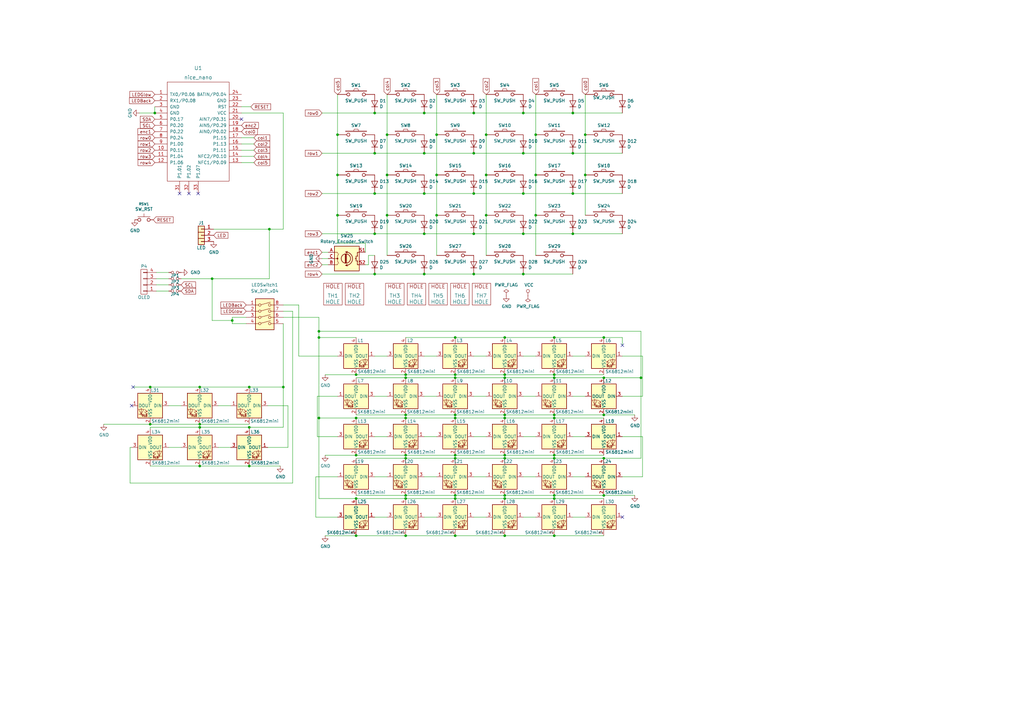
<source format=kicad_sch>
(kicad_sch (version 20211123) (generator eeschema)
  (paper "A3")
  (junction (at 158.75 71.755))
  (junction (at 158.75 88.265))
  (junction (at 81.915 191.135))
  (junction (at 227.33 186.69))
  (junction (at 61.595 158.75))
  (junction (at 227.33 154.94))
  (junction (at 179.07 55.245))
  (junction (at 194.31 79.375))
  (junction (at 199.39 55.245))
  (junction (at 247.65 187.96))
  (junction (at 240.03 55.245))
  (junction (at 146.05 186.69))
  (junction (at 214.63 46.355))
  (junction (at 95.25 131.445))
  (junction (at 186.69 138.43))
  (junction (at 138.43 88.265))
  (junction (at 166.37 170.18))
  (junction (at 110.49 93.98))
  (junction (at 146.05 204.47))
  (junction (at 116.205 158.75))
  (junction (at 194.31 95.885))
  (junction (at 166.37 186.69))
  (junction (at 61.595 173.99))
  (junction (at 158.75 55.245))
  (junction (at 186.69 153.67))
  (junction (at 207.01 171.45))
  (junction (at 207.01 170.18))
  (junction (at 81.915 175.26))
  (junction (at 214.63 62.865))
  (junction (at 186.69 203.2))
  (junction (at 214.63 79.375))
  (junction (at 207.01 204.47))
  (junction (at 138.43 71.755))
  (junction (at 179.07 88.265))
  (junction (at 207.01 154.94))
  (junction (at 227.33 153.67))
  (junction (at 219.71 71.755))
  (junction (at 240.03 71.755))
  (junction (at 214.63 112.395))
  (junction (at 173.99 95.885))
  (junction (at 234.95 95.885))
  (junction (at 227.33 170.18))
  (junction (at 186.69 170.18))
  (junction (at 146.05 171.45))
  (junction (at 166.37 154.94))
  (junction (at 194.31 112.395))
  (junction (at 199.39 88.265))
  (junction (at 130.81 135.89))
  (junction (at 81.915 158.75))
  (junction (at 186.69 171.45))
  (junction (at 102.235 175.26))
  (junction (at 146.05 219.71))
  (junction (at 247.65 138.43))
  (junction (at 207.01 203.2))
  (junction (at 227.33 187.96))
  (junction (at 227.33 219.71))
  (junction (at 194.31 62.865))
  (junction (at 186.69 187.96))
  (junction (at 130.81 171.45))
  (junction (at 173.99 112.395))
  (junction (at 207.01 138.43))
  (junction (at 227.33 171.45))
  (junction (at 179.07 71.755))
  (junction (at 227.33 138.43))
  (junction (at 81.915 173.99))
  (junction (at 219.71 88.265))
  (junction (at 194.31 46.355))
  (junction (at 207.01 219.71))
  (junction (at 247.65 170.18))
  (junction (at 186.69 154.94))
  (junction (at 166.37 153.67))
  (junction (at 219.71 55.245))
  (junction (at 130.81 138.43))
  (junction (at 153.67 95.885))
  (junction (at 207.01 186.69))
  (junction (at 166.37 187.96))
  (junction (at 173.99 46.355))
  (junction (at 186.69 186.69))
  (junction (at 153.67 62.865))
  (junction (at 153.67 79.375))
  (junction (at 262.89 154.94))
  (junction (at 102.235 158.75))
  (junction (at 234.95 79.375))
  (junction (at 227.33 203.2))
  (junction (at 138.43 55.245))
  (junction (at 166.37 171.45))
  (junction (at 207.01 187.96))
  (junction (at 186.69 204.47))
  (junction (at 214.63 95.885))
  (junction (at 234.95 62.865))
  (junction (at 86.995 114.3))
  (junction (at 227.33 204.47))
  (junction (at 173.99 62.865))
  (junction (at 166.37 219.71))
  (junction (at 234.95 46.355))
  (junction (at 207.01 153.67))
  (junction (at 247.65 154.94))
  (junction (at 199.39 71.755))
  (junction (at 166.37 204.47))
  (junction (at 63.5 46.355))
  (junction (at 146.05 153.67))
  (junction (at 153.67 46.355))
  (junction (at 173.99 79.375))
  (junction (at 247.65 203.2))
  (junction (at 102.235 191.135))
  (junction (at 166.37 203.2))
  (junction (at 186.69 219.71))
  (junction (at 153.67 112.395))
  (no_connect (at 255.27 141.605))
  (no_connect (at 99.06 48.895))
  (no_connect (at 255.27 212.09))
  (no_connect (at 53.975 166.37))
  (no_connect (at 54.61 158.75))
  (no_connect (at 73.66 79.375))
  (no_connect (at 81.28 79.375))
  (no_connect (at 77.47 79.375))
  (wire (pts (xy 104.14 64.135) (xy 99.06 64.135)))
  (wire (pts (xy 262.89 154.94) (xy 262.89 135.89)))
  (wire (pts (xy 64.135 116.84) (xy 69.215 116.84)))
  (wire (pts (xy 138.43 88.265) (xy 138.43 99.695)))
  (wire (pts (xy 138.43 55.245) (xy 138.43 71.755)))
  (wire (pts (xy 132.08 112.395) (xy 153.67 112.395)))
  (wire (pts (xy 207.01 138.43) (xy 227.33 138.43)))
  (wire (pts (xy 153.67 79.375) (xy 132.08 79.375)))
  (wire (pts (xy 173.99 46.355) (xy 153.67 46.355)))
  (wire (pts (xy 89.535 183.515) (xy 94.615 183.515)))
  (wire (pts (xy 146.05 154.94) (xy 166.37 154.94)))
  (wire (pts (xy 130.81 171.45) (xy 146.05 171.45)))
  (wire (pts (xy 138.43 162.56) (xy 130.175 162.56)))
  (wire (pts (xy 104.14 66.675) (xy 99.06 66.675)))
  (wire (pts (xy 263.525 195.58) (xy 255.27 195.58)))
  (wire (pts (xy 227.33 154.94) (xy 247.65 154.94)))
  (wire (pts (xy 109.855 166.37) (xy 118.11 166.37)))
  (wire (pts (xy 207.01 171.45) (xy 227.33 171.45)))
  (wire (pts (xy 173.99 195.58) (xy 179.07 195.58)))
  (wire (pts (xy 61.595 158.75) (xy 81.915 158.75)))
  (wire (pts (xy 179.07 55.245) (xy 179.07 71.755)))
  (wire (pts (xy 194.31 146.05) (xy 199.39 146.05)))
  (wire (pts (xy 186.69 186.69) (xy 207.01 186.69)))
  (wire (pts (xy 227.33 171.45) (xy 247.65 171.45)))
  (wire (pts (xy 153.67 195.58) (xy 158.75 195.58)))
  (wire (pts (xy 194.31 179.07) (xy 199.39 179.07)))
  (wire (pts (xy 186.69 170.18) (xy 207.01 170.18)))
  (wire (pts (xy 153.67 162.56) (xy 158.75 162.56)))
  (wire (pts (xy 194.31 112.395) (xy 214.63 112.395)))
  (wire (pts (xy 158.75 88.265) (xy 158.75 104.775)))
  (wire (pts (xy 194.31 162.56) (xy 199.39 162.56)))
  (wire (pts (xy 234.95 212.09) (xy 240.03 212.09)))
  (wire (pts (xy 247.65 203.2) (xy 260.35 203.2)))
  (wire (pts (xy 262.89 187.96) (xy 262.89 154.94)))
  (wire (pts (xy 255.27 146.05) (xy 263.525 146.05)))
  (wire (pts (xy 247.65 170.18) (xy 260.35 170.18)))
  (wire (pts (xy 214.63 146.05) (xy 219.71 146.05)))
  (wire (pts (xy 234.95 46.355) (xy 255.27 46.355)))
  (wire (pts (xy 173.99 146.05) (xy 179.07 146.05)))
  (wire (pts (xy 179.07 71.755) (xy 179.07 88.265)))
  (wire (pts (xy 166.37 153.67) (xy 186.69 153.67)))
  (wire (pts (xy 173.99 79.375) (xy 153.67 79.375)))
  (wire (pts (xy 262.89 135.89) (xy 130.81 135.89)))
  (wire (pts (xy 89.535 166.37) (xy 94.615 166.37)))
  (wire (pts (xy 122.555 125.095) (xy 116.205 125.095)))
  (wire (pts (xy 247.65 187.96) (xy 262.89 187.96)))
  (wire (pts (xy 207.01 204.47) (xy 227.33 204.47)))
  (wire (pts (xy 207.01 187.96) (xy 227.33 187.96)))
  (wire (pts (xy 207.01 219.71) (xy 227.33 219.71)))
  (wire (pts (xy 166.37 203.2) (xy 186.69 203.2)))
  (wire (pts (xy 227.33 187.96) (xy 247.65 187.96)))
  (wire (pts (xy 110.49 93.98) (xy 116.205 93.98)))
  (wire (pts (xy 130.81 138.43) (xy 130.81 135.89)))
  (wire (pts (xy 129.54 212.09) (xy 138.43 212.09)))
  (wire (pts (xy 186.69 204.47) (xy 207.01 204.47)))
  (wire (pts (xy 102.235 175.26) (xy 102.235 175.895)))
  (wire (pts (xy 186.69 187.96) (xy 207.01 187.96)))
  (wire (pts (xy 116.205 46.355) (xy 116.205 93.98)))
  (wire (pts (xy 130.81 204.47) (xy 146.05 204.47)))
  (wire (pts (xy 130.175 179.07) (xy 138.43 179.07)))
  (wire (pts (xy 122.555 146.05) (xy 122.555 125.095)))
  (wire (pts (xy 54.61 158.75) (xy 61.595 158.75)))
  (wire (pts (xy 207.01 153.67) (xy 227.33 153.67)))
  (wire (pts (xy 99.06 61.595) (xy 104.14 61.595)))
  (wire (pts (xy 166.37 154.94) (xy 186.69 154.94)))
  (wire (pts (xy 99.06 46.355) (xy 116.205 46.355)))
  (wire (pts (xy 214.63 212.09) (xy 219.71 212.09)))
  (wire (pts (xy 61.595 175.26) (xy 81.915 175.26)))
  (wire (pts (xy 129.54 195.58) (xy 129.54 212.09)))
  (wire (pts (xy 149.86 103.505) (xy 149.86 99.695)))
  (wire (pts (xy 99.06 59.055) (xy 104.14 59.055)))
  (wire (pts (xy 81.915 158.75) (xy 102.235 158.75)))
  (wire (pts (xy 227.33 204.47) (xy 247.65 204.47)))
  (wire (pts (xy 166.37 186.69) (xy 186.69 186.69)))
  (wire (pts (xy 173.99 46.355) (xy 194.31 46.355)))
  (wire (pts (xy 255.27 138.43) (xy 255.27 141.605)))
  (wire (pts (xy 227.33 170.18) (xy 247.65 170.18)))
  (wire (pts (xy 194.31 195.58) (xy 199.39 195.58)))
  (wire (pts (xy 158.75 71.755) (xy 158.75 88.265)))
  (wire (pts (xy 194.31 62.865) (xy 214.63 62.865)))
  (wire (pts (xy 234.95 62.865) (xy 255.27 62.865)))
  (wire (pts (xy 247.65 138.43) (xy 255.27 138.43)))
  (wire (pts (xy 214.63 79.375) (xy 234.95 79.375)))
  (wire (pts (xy 116.205 132.715) (xy 116.205 158.75)))
  (wire (pts (xy 194.31 79.375) (xy 214.63 79.375)))
  (wire (pts (xy 194.31 46.355) (xy 214.63 46.355)))
  (wire (pts (xy 234.95 79.375) (xy 255.27 79.375)))
  (wire (pts (xy 153.67 62.865) (xy 132.08 62.865)))
  (wire (pts (xy 173.99 112.395) (xy 194.31 112.395)))
  (wire (pts (xy 146.05 204.47) (xy 166.37 204.47)))
  (wire (pts (xy 81.915 191.135) (xy 61.595 191.135)))
  (wire (pts (xy 234.95 146.05) (xy 240.03 146.05)))
  (wire (pts (xy 102.235 158.75) (xy 116.205 158.75)))
  (wire (pts (xy 234.95 195.58) (xy 240.03 195.58)))
  (wire (pts (xy 64.135 119.38) (xy 69.215 119.38)))
  (wire (pts (xy 173.99 95.885) (xy 153.67 95.885)))
  (wire (pts (xy 149.86 108.585) (xy 151.13 108.585)))
  (wire (pts (xy 118.11 183.515) (xy 109.855 183.515)))
  (wire (pts (xy 207.01 203.2) (xy 227.33 203.2)))
  (wire (pts (xy 81.915 175.26) (xy 81.915 175.895)))
  (wire (pts (xy 263.525 162.56) (xy 255.27 162.56)))
  (wire (pts (xy 166.37 203.2) (xy 146.05 203.2)))
  (wire (pts (xy 186.69 154.94) (xy 207.01 154.94)))
  (wire (pts (xy 166.37 153.67) (xy 146.05 153.67)))
  (wire (pts (xy 53.975 183.515) (xy 53.34 183.515)))
  (wire (pts (xy 173.99 79.375) (xy 194.31 79.375)))
  (wire (pts (xy 151.13 104.775) (xy 153.67 104.775)))
  (wire (pts (xy 240.03 71.755) (xy 240.03 55.245)))
  (wire (pts (xy 69.215 183.515) (xy 74.295 183.515)))
  (wire (pts (xy 214.63 195.58) (xy 219.71 195.58)))
  (wire (pts (xy 219.71 55.245) (xy 219.71 71.755)))
  (wire (pts (xy 95.25 131.445) (xy 95.25 132.715)))
  (wire (pts (xy 247.65 154.94) (xy 262.89 154.94)))
  (wire (pts (xy 153.67 46.355) (xy 132.08 46.355)))
  (wire (pts (xy 87.63 93.98) (xy 110.49 93.98)))
  (wire (pts (xy 102.235 175.26) (xy 116.205 175.26)))
  (wire (pts (xy 149.86 99.695) (xy 138.43 99.695)))
  (wire (pts (xy 116.205 158.75) (xy 116.205 175.26)))
  (wire (pts (xy 86.995 114.3) (xy 86.995 131.445)))
  (wire (pts (xy 234.95 95.885) (xy 255.27 95.885)))
  (wire (pts (xy 132.08 106.045) (xy 134.62 106.045)))
  (wire (pts (xy 219.71 88.265) (xy 219.71 104.775)))
  (wire (pts (xy 146.05 187.96) (xy 166.37 187.96)))
  (wire (pts (xy 138.43 71.755) (xy 138.43 88.265)))
  (wire (pts (xy 173.99 162.56) (xy 179.07 162.56)))
  (wire (pts (xy 214.63 112.395) (xy 234.95 112.395)))
  (wire (pts (xy 234.95 162.56) (xy 240.03 162.56)))
  (wire (pts (xy 194.31 95.885) (xy 214.63 95.885)))
  (wire (pts (xy 227.33 153.67) (xy 247.65 153.67)))
  (wire (pts (xy 95.25 130.175) (xy 100.965 130.175)))
  (wire (pts (xy 158.75 38.735) (xy 158.75 55.245)))
  (wire (pts (xy 130.81 135.89) (xy 130.81 130.175)))
  (wire (pts (xy 199.39 88.265) (xy 199.39 104.775)))
  (wire (pts (xy 133.35 219.71) (xy 146.05 219.71)))
  (wire (pts (xy 166.37 171.45) (xy 186.69 171.45)))
  (wire (pts (xy 227.33 186.69) (xy 247.65 186.69)))
  (wire (pts (xy 173.99 62.865) (xy 153.67 62.865)))
  (wire (pts (xy 173.99 179.07) (xy 179.07 179.07)))
  (wire (pts (xy 120.015 127.635) (xy 116.205 127.635)))
  (wire (pts (xy 64.135 114.3) (xy 69.215 114.3)))
  (wire (pts (xy 227.33 219.71) (xy 247.65 219.71)))
  (wire (pts (xy 234.95 46.355) (xy 214.63 46.355)))
  (wire (pts (xy 199.39 38.735) (xy 199.39 55.245)))
  (wire (pts (xy 179.07 88.265) (xy 179.07 104.775)))
  (wire (pts (xy 214.63 179.07) (xy 219.71 179.07)))
  (wire (pts (xy 133.35 186.69) (xy 146.05 186.69)))
  (wire (pts (xy 173.99 95.885) (xy 194.31 95.885)))
  (wire (pts (xy 130.81 171.45) (xy 130.81 138.43)))
  (wire (pts (xy 69.215 166.37) (xy 74.295 166.37)))
  (wire (pts (xy 227.33 138.43) (xy 247.65 138.43)))
  (wire (pts (xy 63.5 43.815) (xy 63.5 46.355)))
  (wire (pts (xy 42.545 173.99) (xy 61.595 173.99)))
  (wire (pts (xy 153.67 179.07) (xy 158.75 179.07)))
  (wire (pts (xy 104.14 56.515) (xy 99.06 56.515)))
  (wire (pts (xy 166.37 204.47) (xy 186.69 204.47)))
  (wire (pts (xy 219.71 38.735) (xy 219.71 55.245)))
  (wire (pts (xy 166.37 187.96) (xy 186.69 187.96)))
  (wire (pts (xy 214.63 62.865) (xy 234.95 62.865)))
  (wire (pts (xy 130.81 138.43) (xy 146.05 138.43)))
  (wire (pts (xy 53.34 183.515) (xy 53.34 198.12)))
  (wire (pts (xy 86.995 114.3) (xy 74.295 114.3)))
  (wire (pts (xy 138.43 195.58) (xy 129.54 195.58)))
  (wire (pts (xy 61.595 175.26) (xy 61.595 175.895)))
  (wire (pts (xy 53.34 198.12) (xy 120.015 198.12)))
  (wire (pts (xy 146.05 171.45) (xy 166.37 171.45)))
  (wire (pts (xy 133.35 153.67) (xy 146.05 153.67)))
  (wire (pts (xy 240.03 71.755) (xy 240.03 88.265)))
  (wire (pts (xy 166.37 138.43) (xy 186.69 138.43)))
  (wire (pts (xy 61.595 173.99) (xy 81.915 173.99)))
  (wire (pts (xy 95.25 131.445) (xy 95.25 130.175)))
  (wire (pts (xy 64.135 111.76) (xy 69.215 111.76)))
  (wire (pts (xy 179.07 38.735) (xy 179.07 55.245)))
  (wire (pts (xy 219.71 88.265) (xy 219.71 71.755)))
  (wire (pts (xy 63.5 46.355) (xy 57.15 46.355)))
  (wire (pts (xy 166.37 170.18) (xy 186.69 170.18)))
  (wire (pts (xy 130.81 130.175) (xy 116.205 130.175)))
  (wire (pts (xy 166.37 170.18) (xy 146.05 170.18)))
  (wire (pts (xy 186.69 138.43) (xy 207.01 138.43)))
  (wire (pts (xy 263.525 179.07) (xy 263.525 195.58)))
  (wire (pts (xy 118.11 183.515) (xy 118.11 166.37)))
  (wire (pts (xy 199.39 71.755) (xy 199.39 88.265)))
  (wire (pts (xy 120.015 198.12) (xy 120.015 127.635)))
  (wire (pts (xy 263.525 146.05) (xy 263.525 162.56)))
  (wire (pts (xy 110.49 114.3) (xy 86.995 114.3)))
  (wire (pts (xy 153.67 112.395) (xy 173.99 112.395)))
  (wire (pts (xy 146.05 219.71) (xy 166.37 219.71)))
  (wire (pts (xy 255.27 179.07) (xy 263.525 179.07)))
  (wire (pts (xy 95.25 132.715) (xy 100.965 132.715)))
  (wire (pts (xy 207.01 186.69) (xy 227.33 186.69)))
  (wire (pts (xy 102.87 43.815) (xy 99.06 43.815)))
  (wire (pts (xy 214.63 95.885) (xy 234.95 95.885)))
  (wire (pts (xy 86.995 131.445) (xy 95.25 131.445)))
  (wire (pts (xy 173.99 62.865) (xy 194.31 62.865)))
  (wire (pts (xy 227.33 203.2) (xy 247.65 203.2)))
  (wire (pts (xy 81.915 173.99) (xy 102.235 173.99)))
  (wire (pts (xy 81.915 175.26) (xy 102.235 175.26)))
  (wire (pts (xy 102.235 191.135) (xy 114.935 191.135)))
  (wire (pts (xy 186.69 203.2) (xy 207.01 203.2)))
  (wire (pts (xy 138.43 146.05) (xy 122.555 146.05)))
  (wire (pts (xy 234.95 179.07) (xy 240.03 179.07)))
  (wire (pts (xy 186.69 219.71) (xy 166.37 219.71)))
  (wire (pts (xy 186.69 219.71) (xy 207.01 219.71)))
  (wire (pts (xy 186.69 153.67) (xy 207.01 153.67)))
  (wire (pts (xy 240.03 55.245) (xy 240.03 38.735)))
  (wire (pts (xy 130.175 162.56) (xy 130.175 179.07)))
  (wire (pts (xy 214.63 162.56) (xy 219.71 162.56)))
  (wire (pts (xy 151.13 108.585) (xy 151.13 104.775)))
  (wire (pts (xy 207.01 170.18) (xy 227.33 170.18)))
  (wire (pts (xy 102.235 191.135) (xy 81.915 191.135)))
  (wire (pts (xy 132.08 103.505) (xy 134.62 103.505)))
  (wire (pts (xy 153.67 212.09) (xy 158.75 212.09)))
  (wire (pts (xy 158.75 55.245) (xy 158.75 71.755)))
  (wire (pts (xy 153.67 95.885) (xy 132.08 95.885)))
  (wire (pts (xy 194.31 212.09) (xy 199.39 212.09)))
  (wire (pts (xy 153.67 146.05) (xy 158.75 146.05)))
  (wire (pts (xy 199.39 55.245) (xy 199.39 71.755)))
  (wire (pts (xy 110.49 93.98) (xy 110.49 114.3)))
  (wire (pts (xy 173.99 212.09) (xy 179.07 212.09)))
  (wire (pts (xy 166.37 186.69) (xy 146.05 186.69)))
  (wire (pts (xy 207.01 154.94) (xy 227.33 154.94)))
  (wire (pts (xy 138.43 38.735) (xy 138.43 55.245)))
  (wire (pts (xy 130.81 204.47) (xy 130.81 171.45)))
  (wire (pts (xy 186.69 171.45) (xy 207.01 171.45)))
  (wire (pts (xy 132.08 108.585) (xy 134.62 108.585)))
  (global_label "row1" (shape input) (at 132.08 62.865 180) (property "Intersheet References" "${INTERSHEET_REFS}" (effects hide)))
  (global_label "LED" (shape input) (at 87.63 96.52 0) (property "Intersheet References" "${INTERSHEET_REFS}" (effects hide)))
  (global_label "col4" (shape input) (at 158.75 38.735 90) (property "Intersheet References" "${INTERSHEET_REFS}" (effects hide)))
  (global_label "col4" (shape input) (at 104.14 64.135 0) (property "Intersheet References" "${INTERSHEET_REFS}" (effects hide)))
  (global_label "col2" (shape input) (at 104.14 59.055 0) (property "Intersheet References" "${INTERSHEET_REFS}" (effects hide)))
  (global_label "row1" (shape input) (at 63.5 59.055 180) (property "Intersheet References" "${INTERSHEET_REFS}" (effects hide)))
  (global_label "LEDBack" (shape input) (at 63.5 41.275 180) (property "Intersheet References" "${INTERSHEET_REFS}" (effects hide)))
  (global_label "RESET" (shape input) (at 62.865 90.17 0) (property "Intersheet References" "${INTERSHEET_REFS}" (effects hide)))
  (global_label "row0" (shape input) (at 63.5 56.515 180) (property "Intersheet References" "${INTERSHEET_REFS}" (effects hide)))
  (global_label "enc1" (shape input) (at 63.5 53.975 180) (property "Intersheet References" "${INTERSHEET_REFS}" (effects hide)))
  (global_label "LEDGlow" (shape input) (at 63.5 38.735 180) (property "Intersheet References" "${INTERSHEET_REFS}" (effects hide)))
  (global_label "row2" (shape input) (at 63.5 61.595 180) (property "Intersheet References" "${INTERSHEET_REFS}" (effects hide)))
  (global_label "row4" (shape input) (at 63.5 66.675 180) (property "Intersheet References" "${INTERSHEET_REFS}" (effects hide)))
  (global_label "row2" (shape input) (at 132.08 79.375 180) (property "Intersheet References" "${INTERSHEET_REFS}" (effects hide)))
  (global_label "row0" (shape input) (at 132.08 46.355 180) (property "Intersheet References" "${INTERSHEET_REFS}" (effects hide)))
  (global_label "col0" (shape input) (at 99.06 53.975 0) (property "Intersheet References" "${INTERSHEET_REFS}" (effects hide)))
  (global_label "enc2" (shape input) (at 99.06 51.435 0) (property "Intersheet References" "${INTERSHEET_REFS}" (effects hide)))
  (global_label "LEDGlow" (shape input) (at 100.965 127.635 180) (property "Intersheet References" "${INTERSHEET_REFS}" (effects hide)))
  (global_label "SCL" (shape input) (at 74.295 116.84 0) (property "Intersheet References" "${INTERSHEET_REFS}" (effects hide)))
  (global_label "col5" (shape input) (at 138.43 38.735 90) (property "Intersheet References" "${INTERSHEET_REFS}" (effects hide)))
  (global_label "enc2" (shape input) (at 132.08 108.585 180) (property "Intersheet References" "${INTERSHEET_REFS}" (effects hide)))
  (global_label "col5" (shape input) (at 104.14 66.675 0) (property "Intersheet References" "${INTERSHEET_REFS}" (effects hide)))
  (global_label "col2" (shape input) (at 199.39 38.735 90) (property "Intersheet References" "${INTERSHEET_REFS}" (effects hide)))
  (global_label "SDA" (shape input) (at 63.5 48.895 180) (property "Intersheet References" "${INTERSHEET_REFS}" (effects hide)))
  (global_label "RESET" (shape input) (at 102.87 43.815 0) (property "Intersheet References" "${INTERSHEET_REFS}" (effects hide)))
  (global_label "LEDBack" (shape input) (at 100.965 125.095 180) (property "Intersheet References" "${INTERSHEET_REFS}" (effects hide)))
  (global_label "SCL" (shape input) (at 63.5 51.435 180) (property "Intersheet References" "${INTERSHEET_REFS}" (effects hide)))
  (global_label "col1" (shape input) (at 219.71 38.735 90) (property "Intersheet References" "${INTERSHEET_REFS}" (effects hide)))
  (global_label "row3" (shape input) (at 63.5 64.135 180) (property "Intersheet References" "${INTERSHEET_REFS}" (effects hide)))
  (global_label "col1" (shape input) (at 104.14 56.515 0) (property "Intersheet References" "${INTERSHEET_REFS}" (effects hide)))
  (global_label "col0" (shape input) (at 240.03 38.735 90) (property "Intersheet References" "${INTERSHEET_REFS}" (effects hide)))
  (global_label "SDA" (shape input) (at 74.295 119.38 0) (property "Intersheet References" "${INTERSHEET_REFS}" (effects hide)))
  (global_label "row4" (shape input) (at 132.08 112.395 180) (property "Intersheet References" "${INTERSHEET_REFS}" (effects hide)))
  (global_label "col3" (shape input) (at 104.14 61.595 0) (property "Intersheet References" "${INTERSHEET_REFS}" (effects hide)))
  (global_label "row3" (shape input) (at 132.08 95.885 180) (property "Intersheet References" "${INTERSHEET_REFS}" (effects hide)))
  (global_label "enc1" (shape input) (at 132.08 103.505 180) (property "Intersheet References" "${INTERSHEET_REFS}" (effects hide)))
  (global_label "col3" (shape input) (at 179.07 38.735 90) (property "Intersheet References" "${INTERSHEET_REFS}" (effects hide)))
  (symbol (lib_id "Lily58-rescue:SW_PUSH-Lily58-cache") (at 166.37 104.775 0) (unit 1)
    (property "Reference" "SW26" (at 166.37 100.965 0))
    (property "Value" "SW_PUSH" (at 166.37 107.315 0))
    (property "Footprint" "Lily58-footprint:MX_PG1350_FLIP_HOLES_27mm" (effects hide))
  )
  (symbol (lib_id "Lily58-rescue:SW_PUSH-Lily58-cache") (at 146.05 38.735 0) (unit 1)
    (property "Reference" "SW1" (at 146.05 34.925 0))
    (property "Value" "SW_PUSH" (at 146.05 41.275 0))
    (property "Footprint" "Lily58-footprint:MX_PG1350_FLIP_HOLES_18mm" (effects hide))
  )
  (symbol (lib_id "Lily58-rescue:D-Lily58-cache") (at 153.67 42.545 90) (unit 1)
    (property "Reference" "D1" (at 155.6766 41.3766 90) (effects (justify right)))
    (property "Value" "D" (at 155.6766 43.688 90) (effects (justify right)))
    (property "Footprint" "Lily58-footprint:Diode_TH_SOD123" (effects hide))
  )
  (symbol (lib_id "Lily58-rescue:SW_PUSH-Lily58-cache") (at 166.37 38.735 0) (unit 1)
    (property "Reference" "SW2" (at 166.37 34.925 0))
    (property "Value" "SW_PUSH" (at 166.37 41.275 0))
    (property "Footprint" "Lily58-footprint:MX_PG1350_FLIP_HOLES_18mm" (effects hide))
  )
  (symbol (lib_id "Lily58-rescue:D-Lily58-cache") (at 173.99 42.545 90) (unit 1)
    (property "Reference" "D2" (at 175.9966 41.3766 90) (effects (justify right)))
    (property "Value" "D" (at 175.9966 43.688 90) (effects (justify right)))
    (property "Footprint" "Lily58-footprint:Diode_TH_SOD123" (effects hide))
  )
  (symbol (lib_id "Lily58-rescue:SW_PUSH-Lily58-cache") (at 186.69 38.735 0) (unit 1)
    (property "Reference" "SW3" (at 186.69 34.925 0))
    (property "Value" "SW_PUSH" (at 186.69 41.275 0))
    (property "Footprint" "Lily58-footprint:MX_PG1350_FLIP_HOLES_18mm" (effects hide))
  )
  (symbol (lib_id "Lily58-rescue:D-Lily58-cache") (at 194.31 42.545 90) (unit 1)
    (property "Reference" "D3" (at 196.3166 41.3766 90) (effects (justify right)))
    (property "Value" "D" (at 196.3166 43.688 90) (effects (justify right)))
    (property "Footprint" "Lily58-footprint:Diode_TH_SOD123" (effects hide))
  )
  (symbol (lib_id "Lily58-rescue:SW_PUSH-Lily58-cache") (at 207.01 38.735 0) (unit 1)
    (property "Reference" "SW4" (at 207.01 34.925 0))
    (property "Value" "SW_PUSH" (at 207.01 41.275 0))
    (property "Footprint" "Lily58-footprint:MX_PG1350_FLIP_HOLES_18mm" (effects hide))
  )
  (symbol (lib_id "Lily58-rescue:D-Lily58-cache") (at 214.63 42.545 90) (unit 1)
    (property "Reference" "D4" (at 216.6366 41.3766 90) (effects (justify right)))
    (property "Value" "D" (at 216.6366 43.688 90) (effects (justify right)))
    (property "Footprint" "Lily58-footprint:Diode_TH_SOD123" (effects hide))
  )
  (symbol (lib_id "Lily58-rescue:SW_PUSH-Lily58-cache") (at 227.33 38.735 0) (unit 1)
    (property "Reference" "SW5" (at 227.33 34.925 0))
    (property "Value" "SW_PUSH" (at 227.33 41.275 0))
    (property "Footprint" "Lily58-footprint:MX_PG1350_FLIP_HOLES_18mm" (effects hide))
  )
  (symbol (lib_id "Lily58-rescue:D-Lily58-cache") (at 234.95 42.545 90) (unit 1)
    (property "Reference" "D5" (at 236.9566 41.3766 90) (effects (justify right)))
    (property "Value" "D" (at 236.9566 43.688 90) (effects (justify right)))
    (property "Footprint" "Lily58-footprint:Diode_TH_SOD123" (effects hide))
  )
  (symbol (lib_id "Lily58-rescue:SW_PUSH-Lily58-cache") (at 247.65 38.735 0) (unit 1)
    (property "Reference" "SW6" (at 247.65 34.925 0))
    (property "Value" "SW_PUSH" (at 247.65 40.005 0))
    (property "Footprint" "Lily58-footprint:MX_PG1350_FLIP_HOLES_18mm" (effects hide))
  )
  (symbol (lib_id "Lily58-rescue:D-Lily58-cache") (at 255.27 42.545 90) (unit 1)
    (property "Reference" "D6" (at 257.2766 41.3766 90) (effects (justify right)))
    (property "Value" "D" (at 257.2766 43.688 90) (effects (justify right)))
    (property "Footprint" "Lily58-footprint:Diode_TH_SOD123" (effects hide))
  )
  (symbol (lib_id "Lily58-rescue:SW_PUSH-Lily58-cache") (at 166.37 55.245 0) (unit 1)
    (property "Reference" "SW8" (at 166.37 51.435 0))
    (property "Value" "SW_PUSH" (at 166.37 57.785 0))
    (property "Footprint" "Lily58-footprint:MX_PG1350_FLIP_HOLES_18mm" (effects hide))
  )
  (symbol (lib_id "Lily58-rescue:SW_PUSH-Lily58-cache") (at 186.69 55.245 0) (unit 1)
    (property "Reference" "SW9" (at 186.69 51.435 0))
    (property "Value" "SW_PUSH" (at 186.69 57.785 0))
    (property "Footprint" "Lily58-footprint:MX_PG1350_FLIP_HOLES_18mm" (effects hide))
  )
  (symbol (lib_id "Lily58-rescue:SW_PUSH-Lily58-cache") (at 207.01 55.245 0) (unit 1)
    (property "Reference" "SW10" (at 207.01 51.435 0))
    (property "Value" "SW_PUSH" (at 207.01 57.785 0))
    (property "Footprint" "Lily58-footprint:MX_PG1350_FLIP_HOLES_18mm" (effects hide))
  )
  (symbol (lib_id "Lily58-rescue:SW_PUSH-Lily58-cache") (at 227.33 55.245 0) (unit 1)
    (property "Reference" "SW11" (at 227.33 51.435 0))
    (property "Value" "SW_PUSH" (at 227.33 57.785 0))
    (property "Footprint" "Lily58-footprint:MX_PG1350_FLIP_HOLES_18mm" (effects hide))
  )
  (symbol (lib_id "Lily58-rescue:SW_PUSH-Lily58-cache") (at 247.65 55.245 0) (unit 1)
    (property "Reference" "SW12" (at 247.65 51.435 0))
    (property "Value" "SW_PUSH" (at 247.65 57.785 0))
    (property "Footprint" "Lily58-footprint:MX_PG1350_FLIP_HOLES_18mm" (effects hide))
  )
  (symbol (lib_id "Lily58-rescue:SW_PUSH-Lily58-cache") (at 146.05 55.245 0) (unit 1)
    (property "Reference" "SW7" (at 146.05 51.435 0))
    (property "Value" "SW_PUSH" (at 146.05 57.785 0))
    (property "Footprint" "Lily58-footprint:MX_PG1350_FLIP_HOLES_18mm" (effects hide))
  )
  (symbol (lib_id "Lily58-rescue:D-Lily58-cache") (at 153.67 59.055 90) (unit 1)
    (property "Reference" "D7" (at 155.6766 57.8866 90) (effects (justify right)))
    (property "Value" "D" (at 155.6766 60.198 90) (effects (justify right)))
    (property "Footprint" "Lily58-footprint:Diode_TH_SOD123" (effects hide))
  )
  (symbol (lib_id "Lily58-rescue:D-Lily58-cache") (at 173.99 59.055 90) (unit 1)
    (property "Reference" "D8" (at 175.9966 57.8866 90) (effects (justify right)))
    (property "Value" "D" (at 175.9966 60.198 90) (effects (justify right)))
    (property "Footprint" "Lily58-footprint:Diode_TH_SOD123" (effects hide))
  )
  (symbol (lib_id "Lily58-rescue:D-Lily58-cache") (at 194.31 59.055 90) (unit 1)
    (property "Reference" "D9" (at 196.3166 57.8866 90) (effects (justify right)))
    (property "Value" "D" (at 196.3166 60.198 90) (effects (justify right)))
    (property "Footprint" "Lily58-footprint:Diode_TH_SOD123" (effects hide))
  )
  (symbol (lib_id "Lily58-rescue:D-Lily58-cache") (at 214.63 59.055 90) (unit 1)
    (property "Reference" "D10" (at 216.6366 57.8866 90) (effects (justify right)))
    (property "Value" "D" (at 216.6366 60.198 90) (effects (justify right)))
    (property "Footprint" "Lily58-footprint:Diode_TH_SOD123" (effects hide))
  )
  (symbol (lib_id "Lily58-rescue:D-Lily58-cache") (at 234.95 59.055 90) (unit 1)
    (property "Reference" "D11" (at 236.9566 57.8866 90) (effects (justify right)))
    (property "Value" "D" (at 236.9566 60.198 90) (effects (justify right)))
    (property "Footprint" "Lily58-footprint:Diode_TH_SOD123" (effects hide))
  )
  (symbol (lib_id "Lily58-rescue:D-Lily58-cache") (at 255.27 59.055 90) (unit 1)
    (property "Reference" "D12" (at 257.2766 57.8866 90) (effects (justify right)))
    (property "Value" "D" (at 257.2766 60.198 90) (effects (justify right)))
    (property "Footprint" "Lily58-footprint:Diode_TH_SOD123" (effects hide))
  )
  (symbol (lib_id "Lily58-rescue:SW_PUSH-Lily58-cache") (at 146.05 71.755 0) (unit 1)
    (property "Reference" "SW13" (at 146.05 67.945 0))
    (property "Value" "SW_PUSH" (at 146.05 74.295 0))
    (property "Footprint" "Lily58-footprint:MX_PG1350_FLIP_HOLES_18mm" (effects hide))
  )
  (symbol (lib_id "Lily58-rescue:SW_PUSH-Lily58-cache") (at 166.37 71.755 0) (unit 1)
    (property "Reference" "SW14" (at 166.37 67.945 0))
    (property "Value" "SW_PUSH" (at 166.37 74.295 0))
    (property "Footprint" "Lily58-footprint:MX_PG1350_FLIP_HOLES_18mm" (effects hide))
  )
  (symbol (lib_id "Lily58-rescue:SW_PUSH-Lily58-cache") (at 186.69 71.755 0) (unit 1)
    (property "Reference" "SW15" (at 186.69 67.945 0))
    (property "Value" "SW_PUSH" (at 186.69 74.295 0))
    (property "Footprint" "Lily58-footprint:MX_PG1350_FLIP_HOLES_18mm" (effects hide))
  )
  (symbol (lib_id "Lily58-rescue:SW_PUSH-Lily58-cache") (at 207.01 71.755 0) (unit 1)
    (property "Reference" "SW16" (at 207.01 67.945 0))
    (property "Value" "SW_PUSH" (at 207.01 74.295 0))
    (property "Footprint" "Lily58-footprint:MX_PG1350_FLIP_HOLES_18mm" (effects hide))
  )
  (symbol (lib_id "Lily58-rescue:SW_PUSH-Lily58-cache") (at 227.33 71.755 0) (unit 1)
    (property "Reference" "SW17" (at 227.33 67.945 0))
    (property "Value" "SW_PUSH" (at 227.33 74.295 0))
    (property "Footprint" "Lily58-footprint:MX_PG1350_FLIP_HOLES_18mm" (effects hide))
  )
  (symbol (lib_id "Lily58-rescue:SW_PUSH-Lily58-cache") (at 247.65 71.755 0) (unit 1)
    (property "Reference" "SW18" (at 247.65 67.945 0))
    (property "Value" "SW_PUSH" (at 247.65 74.295 0))
    (property "Footprint" "Lily58-footprint:MX_PG1350_FLIP_HOLES_18mm" (effects hide))
  )
  (symbol (lib_id "Lily58-rescue:D-Lily58-cache") (at 153.67 75.565 90) (unit 1)
    (property "Reference" "D13" (at 155.6766 74.3966 90) (effects (justify right)))
    (property "Value" "D" (at 155.6766 76.708 90) (effects (justify right)))
    (property "Footprint" "Lily58-footprint:Diode_TH_SOD123" (effects hide))
  )
  (symbol (lib_id "Lily58-rescue:D-Lily58-cache") (at 173.99 75.565 90) (unit 1)
    (property "Reference" "D14" (at 175.9966 74.3966 90) (effects (justify right)))
    (property "Value" "D" (at 175.9966 76.708 90) (effects (justify right)))
    (property "Footprint" "Lily58-footprint:Diode_TH_SOD123" (effects hide))
  )
  (symbol (lib_id "Lily58-rescue:D-Lily58-cache") (at 194.31 75.565 90) (unit 1)
    (property "Reference" "D15" (at 196.3166 74.3966 90) (effects (justify right)))
    (property "Value" "D" (at 196.3166 76.708 90) (effects (justify right)))
    (property "Footprint" "Lily58-footprint:Diode_TH_SOD123" (effects hide))
  )
  (symbol (lib_id "Lily58-rescue:D-Lily58-cache") (at 214.63 75.565 90) (unit 1)
    (property "Reference" "D16" (at 216.6366 74.3966 90) (effects (justify right)))
    (property "Value" "D" (at 216.6366 76.708 90) (effects (justify right)))
    (property "Footprint" "Lily58-footprint:Diode_TH_SOD123" (effects hide))
  )
  (symbol (lib_id "Lily58-rescue:D-Lily58-cache") (at 234.95 75.565 90) (unit 1)
    (property "Reference" "D17" (at 236.9566 74.3966 90) (effects (justify right)))
    (property "Value" "D" (at 236.9566 76.708 90) (effects (justify right)))
    (property "Footprint" "Lily58-footprint:Diode_TH_SOD123" (effects hide))
  )
  (symbol (lib_id "Lily58-rescue:D-Lily58-cache") (at 255.27 75.565 90) (unit 1)
    (property "Reference" "D18" (at 257.2766 74.3966 90) (effects (justify right)))
    (property "Value" "D" (at 257.2766 76.708 90) (effects (justify right)))
    (property "Footprint" "Lily58-footprint:Diode_TH_SOD123" (effects hide))
  )
  (symbol (lib_id "Lily58-rescue:SW_PUSH-Lily58-cache") (at 186.69 88.265 0) (unit 1)
    (property "Reference" "SW21" (at 186.69 84.455 0))
    (property "Value" "SW_PUSH" (at 186.69 90.805 0))
    (property "Footprint" "Lily58-footprint:MX_PG1350_FLIP_HOLES_18mm" (effects hide))
  )
  (symbol (lib_id "Lily58-rescue:SW_PUSH-Lily58-cache") (at 207.01 88.265 0) (unit 1)
    (property "Reference" "SW22" (at 207.01 84.455 0))
    (property "Value" "SW_PUSH" (at 207.01 90.805 0))
    (property "Footprint" "Lily58-footprint:MX_PG1350_FLIP_HOLES_18mm" (effects hide))
  )
  (symbol (lib_id "Lily58-rescue:SW_PUSH-Lily58-cache") (at 227.33 88.265 0) (unit 1)
    (property "Reference" "SW23" (at 227.33 84.455 0))
    (property "Value" "SW_PUSH" (at 227.33 90.805 0))
    (property "Footprint" "Lily58-footprint:MX_PG1350_FLIP_HOLES_18mm" (effects hide))
  )
  (symbol (lib_id "Lily58-rescue:SW_PUSH-Lily58-cache") (at 247.65 88.265 0) (unit 1)
    (property "Reference" "SW24" (at 247.65 84.455 0))
    (property "Value" "SW_PUSH" (at 247.65 90.805 0))
    (property "Footprint" "Lily58-footprint:MX_PG1350_FLIP_HOLES_18mm" (effects hide))
  )
  (symbol (lib_id "Lily58-rescue:SW_PUSH-Lily58-cache") (at 166.37 88.265 0) (unit 1)
    (property "Reference" "SW20" (at 166.37 84.455 0))
    (property "Value" "SW_PUSH" (at 166.37 90.805 0))
    (property "Footprint" "Lily58-footprint:MX_PG1350_FLIP_HOLES_18mm" (effects hide))
  )
  (symbol (lib_id "Lily58-rescue:SW_PUSH-Lily58-cache") (at 146.05 88.265 0) (unit 1)
    (property "Reference" "SW19" (at 146.05 84.455 0))
    (property "Value" "SW_PUSH" (at 146.05 90.805 0))
    (property "Footprint" "Lily58-footprint:MX_PG1350_FLIP_HOLES_18mm" (effects hide))
  )
  (symbol (lib_id "Lily58-rescue:D-Lily58-cache") (at 153.67 92.075 90) (unit 1)
    (property "Reference" "D19" (at 155.6766 90.9066 90) (effects (justify right)))
    (property "Value" "D" (at 155.6766 93.218 90) (effects (justify right)))
    (property "Footprint" "Lily58-footprint:Diode_TH_SOD123" (effects hide))
  )
  (symbol (lib_id "Lily58-rescue:D-Lily58-cache") (at 173.99 92.075 90) (unit 1)
    (property "Reference" "D20" (at 175.9966 90.9066 90) (effects (justify right)))
    (property "Value" "D" (at 175.9966 93.218 90) (effects (justify right)))
    (property "Footprint" "Lily58-footprint:Diode_TH_SOD123" (effects hide))
  )
  (symbol (lib_id "Lily58-rescue:D-Lily58-cache") (at 194.31 92.075 90) (unit 1)
    (property "Reference" "D21" (at 196.3166 90.9066 90) (effects (justify right)))
    (property "Value" "D" (at 196.3166 93.218 90) (effects (justify right)))
    (property "Footprint" "Lily58-footprint:Diode_TH_SOD123" (effects hide))
  )
  (symbol (lib_id "Lily58-rescue:D-Lily58-cache") (at 214.63 92.075 90) (unit 1)
    (property "Reference" "D22" (at 216.6366 90.9066 90) (effects (justify right)))
    (property "Value" "D" (at 216.6366 93.218 90) (effects (justify right)))
    (property "Footprint" "Lily58-footprint:Diode_TH_SOD123" (effects hide))
  )
  (symbol (lib_id "Lily58-rescue:D-Lily58-cache") (at 234.95 92.075 90) (unit 1)
    (property "Reference" "D23" (at 236.9566 90.9066 90) (effects (justify right)))
    (property "Value" "D" (at 236.9566 93.218 90) (effects (justify right)))
    (property "Footprint" "Lily58-footprint:Diode_TH_SOD123" (effects hide))
  )
  (symbol (lib_id "Lily58-rescue:D-Lily58-cache") (at 255.27 92.075 90) (unit 1)
    (property "Reference" "D24" (at 257.2766 90.9066 90) (effects (justify right)))
    (property "Value" "D" (at 257.2766 93.218 90) (effects (justify right)))
    (property "Footprint" "Lily58-footprint:Diode_TH_SOD123" (effects hide))
  )
  (symbol (lib_id "Lily58-rescue:SW_PUSH-Lily58-cache") (at 186.69 104.775 0) (unit 1)
    (property "Reference" "SW27" (at 186.69 100.965 0))
    (property "Value" "SW_PUSH" (at 186.69 107.315 0))
    (property "Footprint" "Lily58-footprint:MX_PG1350_FLIP_HOLES_18mm" (effects hide))
  )
  (symbol (lib_id "Lily58-rescue:SW_PUSH-Lily58-cache") (at 207.01 104.775 0) (unit 1)
    (property "Reference" "SW28" (at 207.01 100.965 0))
    (property "Value" "SW_PUSH" (at 207.01 107.315 0))
    (property "Footprint" "Lily58-footprint:MX_PG1350_FLIP_HOLES_18mm" (effects hide))
  )
  (symbol (lib_id "Lily58-rescue:SW_PUSH-Lily58-cache") (at 227.33 104.775 0) (unit 1)
    (property "Reference" "SW29" (at 227.33 100.965 0))
    (property "Value" "SW_PUSH" (at 227.33 107.315 0))
    (property "Footprint" "Lily58-footprint:MX_PG1350_FLIP_HOLES_18mm" (effects hide))
  )
  (symbol (lib_id "Lily58-rescue:D-Lily58-cache") (at 153.67 108.585 90) (unit 1)
    (property "Reference" "D25" (at 155.6766 107.4166 90) (effects (justify right)))
    (property "Value" "D" (at 155.6766 109.728 90) (effects (justify right)))
    (property "Footprint" "Lily58-footprint:Diode_TH_SOD123" (effects hide))
  )
  (symbol (lib_id "Lily58-rescue:D-Lily58-cache") (at 173.99 108.585 90) (unit 1)
    (property "Reference" "D26" (at 175.9966 107.4166 90) (effects (justify right)))
    (property "Value" "D" (at 175.9966 109.728 90) (effects (justify right)))
    (property "Footprint" "Lily58-footprint:Diode_TH_SOD123" (effects hide))
  )
  (symbol (lib_id "Lily58-rescue:D-Lily58-cache") (at 194.31 108.585 90) (unit 1)
    (property "Reference" "D27" (at 196.3166 107.4166 90) (effects (justify right)))
    (property "Value" "D" (at 196.3166 109.728 90) (effects (justify right)))
    (property "Footprint" "Lily58-footprint:Diode_TH_SOD123" (effects hide))
  )
  (symbol (lib_id "Lily58-rescue:D-Lily58-cache") (at 214.63 108.585 90) (unit 1)
    (property "Reference" "D28" (at 216.6366 107.4166 90) (effects (justify right)))
    (property "Value" "D" (at 216.6366 109.728 90) (effects (justify right)))
    (property "Footprint" "Lily58-footprint:Diode_TH_SOD123" (effects hide))
  )
  (symbol (lib_id "Lily58-rescue:D-Lily58-cache") (at 234.95 108.585 90) (unit 1)
    (property "Reference" "D29" (at 236.9566 107.4166 90) (effects (justify right)))
    (property "Value" "D" (at 236.9566 109.728 90) (effects (justify right)))
    (property "Footprint" "Lily58-footprint:Diode_TH_SOD123" (effects hide))
  )
  (symbol (lib_id "Lily58-rescue:LED-Lily58-cache") (at 82.55 96.52 0) (unit 1)
    (property "Reference" "J1" (at 82.55 91.44 0))
    (property "Value" "LED" (at 82.55 101.6 0))
    (property "Footprint" "Lily58-footprint:StripLED" (effects hide))
  )
  (symbol (lib_id "Lily58-rescue:GND-Lily58-cache") (at 87.63 99.06 0) (unit 1)
    (property "Reference" "#PWR08" (effects hide))
    (property "Value" "GND" (at 87.757 103.4542 0))
  )
  (symbol (lib_id "Lily58-rescue:GND-Lily58-cache") (at 55.245 90.17 0) (unit 1)
    (property "Reference" "#PWR010" (effects hide))
    (property "Value" "GND" (at 55.372 94.5642 0))
  )
  (symbol (lib_id "Lily58-rescue:PWR_FLAG-Lily58-cache") (at 207.645 121.285 0) (unit 1)
    (property "Reference" "#FLG01" (effects hide))
    (property "Value" "PWR_FLAG" (at 207.645 116.8654 0))
  )
  (symbol (lib_id "Lily58-rescue:GND-Lily58-cache") (at 207.645 121.285 0) (unit 1)
    (property "Reference" "#PWR012" (effects hide))
    (property "Value" "GND" (at 207.772 125.6792 0))
  )
  (symbol (lib_id "Lily58-rescue:VCC-Lily58-cache") (at 216.535 121.285 0) (unit 1)
    (property "Reference" "#PWR013" (effects hide))
    (property "Value" "VCC" (at 216.9668 116.8908 0))
  )
  (symbol (lib_id "Lily58-rescue:PWR_FLAG-Lily58-cache") (at 216.535 121.285 180) (unit 1)
    (property "Reference" "#FLG02" (effects hide))
    (property "Value" "PWR_FLAG" (at 216.535 125.6792 0))
  )
  (symbol (lib_id "Lily58-rescue:HOLE-Lily58-cache") (at 136.525 121.285 0) (unit 1)
    (property "Reference" "TH1" (at 136.525 121.285 0) (effects (font (size 1.524 1.524))))
    (property "Value" "HOLE" (at 136.525 123.825 0) (effects (font (size 1.524 1.524))))
    (property "Footprint" "Lily58-footprint:HOLE_M2" (effects hide))
  )
  (symbol (lib_id "Lily58-rescue:HOLE-Lily58-cache") (at 145.415 121.285 0) (unit 1)
    (property "Reference" "TH2" (at 145.415 121.285 0) (effects (font (size 1.524 1.524))))
    (property "Value" "HOLE" (at 145.415 123.825 0) (effects (font (size 1.524 1.524))))
    (property "Footprint" "Lily58-footprint:HOLE_M2" (effects hide))
  )
  (symbol (lib_id "Lily58-rescue:HOLE-Lily58-cache") (at 170.815 121.285 0) (unit 1)
    (property "Reference" "TH4" (at 170.815 121.285 0) (effects (font (size 1.524 1.524))))
    (property "Value" "HOLE" (at 170.815 123.825 0) (effects (font (size 1.524 1.524))))
    (property "Footprint" "Lily58-footprint:HOLE_M2_TH" (effects hide))
  )
  (symbol (lib_id "Lily58-rescue:HOLE-Lily58-cache") (at 179.705 121.285 0) (unit 1)
    (property "Reference" "TH5" (at 179.705 121.285 0) (effects (font (size 1.524 1.524))))
    (property "Value" "HOLE" (at 179.705 123.825 0) (effects (font (size 1.524 1.524))))
    (property "Footprint" "Lily58-footprint:HOLE_M2_TH" (effects hide))
  )
  (symbol (lib_id "Lily58-rescue:HOLE-Lily58-cache") (at 188.595 121.285 0) (unit 1)
    (property "Reference" "TH6" (at 188.595 121.285 0) (effects (font (size 1.524 1.524))))
    (property "Value" "HOLE" (at 188.595 123.825 0) (effects (font (size 1.524 1.524))))
    (property "Footprint" "Lily58-footprint:HOLE_M2_TH" (effects hide))
  )
  (symbol (lib_id "Lily58-rescue:HOLE-Lily58-cache") (at 197.485 121.285 0) (unit 1)
    (property "Reference" "TH7" (at 197.485 121.285 0) (effects (font (size 1.524 1.524))))
    (property "Value" "HOLE" (at 197.485 123.825 0) (effects (font (size 1.524 1.524))))
    (property "Footprint" "Lily58-footprint:HOLE_M2_TH" (effects hide))
  )
  (symbol (lib_id "Lily58-rescue:HOLE-Lily58-cache") (at 161.925 121.285 0) (unit 1)
    (property "Reference" "TH3" (at 161.925 121.285 0) (effects (font (size 1.524 1.524))))
    (property "Value" "HOLE" (at 161.925 123.825 0) (effects (font (size 1.524 1.524))))
    (property "Footprint" "Lily58-footprint:HOLE_M2_TH" (effects hide))
  )
  (symbol (lib_id "Lily58-rescue:SW_RST-Lily58-cache") (at 59.055 90.17 0) (unit 1)
    (property "Reference" "RSW1" (at 59.055 83.6676 0) (effects (font (size 1.016 1.016))))
    (property "Value" "SW_RST" (at 59.055 85.7758 0))
    (property "Footprint" "Lily58-footprint:TACT_SWITCH_TVBP06" (effects hide))
  )
  (symbol (lib_id "Lily58-rescue:CONN_01X04-Lily58-cache") (at 59.055 115.57 180) (unit 1)
    (property "Reference" "P4" (at 59.055 109.22 0))
    (property "Value" "OLED" (at 59.055 121.92 0))
    (property "Footprint" "Lily58-footprint:MY_SIL-4" (effects hide))
  )
  (symbol (lib_id "power:GND") (at 74.295 111.76 90) (unit 1)
    (property "Reference" "#PWR03" (effects hide))
    (property "Value" "GND" (at 78.105 111.76 90) (effects (justify right)))
  )
  (symbol (lib_id "Device:Jumper_NO_Small") (at 71.755 111.76 0) (unit 1)
    (property "Reference" "JP1" (at 71.755 113.03 0))
    (property "Value" "Jumper_NO_Small" (effects hide))
    (property "Footprint" "Lily58-footprint:Jumper" (effects hide))
  )
  (symbol (lib_id "Device:Jumper_NO_Small") (at 71.755 114.3 0) (unit 1)
    (property "Reference" "JP2" (at 71.755 115.57 0))
    (property "Value" "Jumper_NO_Small" (effects hide))
    (property "Footprint" "Lily58-footprint:Jumper" (effects hide))
  )
  (symbol (lib_id "Device:Jumper_NO_Small") (at 71.755 116.84 0) (unit 1)
    (property "Reference" "JP3" (at 71.755 118.11 0))
    (property "Value" "Jumper_NO_Small" (effects hide))
    (property "Footprint" "Lily58-footprint:Jumper" (effects hide))
  )
  (symbol (lib_id "Device:Jumper_NO_Small") (at 71.755 119.38 0) (unit 1)
    (property "Reference" "JP4" (at 71.755 120.65 0))
    (property "Value" "Jumper_NO_Small" (effects hide))
    (property "Footprint" "Lily58-footprint:Jumper" (effects hide))
  )
  (symbol (lib_id "LED:SK6812MINI") (at 146.05 146.05 0) (unit 1)
    (property "Reference" "L1" (at 146.685 139.7 0) (effects (justify left)))
    (property "Value" "SK6812mini" (at 146.685 152.4 0) (effects (justify left)))
    (property "Footprint" "Lily58-footprint:SK6812MINI_rev" (effects hide))
    (property "Datasheet" "https://cdn-shop.adafruit.com/product-files/2686/SK6812MINI_REV.01-1-2.pdf" (effects hide))
  )
  (symbol (lib_id "power:GND") (at 133.35 153.67 0) (unit 1)
    (property "Reference" "#PWR0113" (effects hide))
    (property "Value" "GND" (at 133.477 158.0642 0))
  )
  (symbol (lib_id "LED:SK6812MINI") (at 166.37 146.05 0) (unit 1)
    (property "Reference" "L2" (at 167.005 139.7 0) (effects (justify left)))
    (property "Value" "SK6812mini" (at 167.005 152.4 0) (effects (justify left)))
    (property "Footprint" "Lily58-footprint:SK6812MINI_rev" (effects hide))
    (property "Datasheet" "https://cdn-shop.adafruit.com/product-files/2686/SK6812MINI_REV.01-1-2.pdf" (effects hide))
  )
  (symbol (lib_id "LED:SK6812MINI") (at 186.69 146.05 0) (unit 1)
    (property "Reference" "L3" (at 187.325 139.7 0) (effects (justify left)))
    (property "Value" "SK6812mini" (at 187.325 152.4 0) (effects (justify left)))
    (property "Footprint" "Lily58-footprint:SK6812MINI_rev" (effects hide))
    (property "Datasheet" "https://cdn-shop.adafruit.com/product-files/2686/SK6812MINI_REV.01-1-2.pdf" (effects hide))
  )
  (symbol (lib_id "LED:SK6812MINI") (at 207.01 146.05 0) (unit 1)
    (property "Reference" "L4" (at 207.645 139.7 0) (effects (justify left)))
    (property "Value" "SK6812mini" (at 207.645 152.4 0) (effects (justify left)))
    (property "Footprint" "Lily58-footprint:SK6812MINI_rev" (effects hide))
    (property "Datasheet" "https://cdn-shop.adafruit.com/product-files/2686/SK6812MINI_REV.01-1-2.pdf" (effects hide))
  )
  (symbol (lib_id "LED:SK6812MINI") (at 227.33 146.05 0) (unit 1)
    (property "Reference" "L5" (at 227.965 139.7 0) (effects (justify left)))
    (property "Value" "SK6812mini" (at 227.965 152.4 0) (effects (justify left)))
    (property "Footprint" "Lily58-footprint:SK6812MINI_rev" (effects hide))
    (property "Datasheet" "https://cdn-shop.adafruit.com/product-files/2686/SK6812MINI_REV.01-1-2.pdf" (effects hide))
  )
  (symbol (lib_id "LED:SK6812MINI") (at 247.65 146.05 0) (unit 1)
    (property "Reference" "L6" (at 248.285 139.7 0) (effects (justify left)))
    (property "Value" "SK6812mini" (at 248.285 152.4 0) (effects (justify left)))
    (property "Footprint" "Lily58-footprint:SK6812MINI_rev" (effects hide))
    (property "Datasheet" "https://cdn-shop.adafruit.com/product-files/2686/SK6812MINI_REV.01-1-2.pdf" (effects hide))
  )
  (symbol (lib_id "LED:SK6812MINI") (at 146.05 162.56 0) (mirror y) (unit 1)
    (property "Reference" "L7" (at 149.225 156.21 0) (effects (justify left)))
    (property "Value" "SK6812mini" (at 158.115 168.91 0) (effects (justify left)))
    (property "Footprint" "Lily58-footprint:SK6812MINI_rev" (effects hide))
    (property "Datasheet" "https://cdn-shop.adafruit.com/product-files/2686/SK6812MINI_REV.01-1-2.pdf" (effects hide))
  )
  (symbol (lib_id "power:GND") (at 260.35 170.18 0) (unit 1)
    (property "Reference" "#PWR0111" (effects hide))
    (property "Value" "GND" (at 260.477 174.5742 0))
  )
  (symbol (lib_id "LED:SK6812MINI") (at 166.37 162.56 0) (mirror y) (unit 1)
    (property "Reference" "L8" (at 169.545 156.21 0) (effects (justify left)))
    (property "Value" "SK6812mini" (at 178.435 168.91 0) (effects (justify left)))
    (property "Footprint" "Lily58-footprint:SK6812MINI_rev" (effects hide))
    (property "Datasheet" "https://cdn-shop.adafruit.com/product-files/2686/SK6812MINI_REV.01-1-2.pdf" (effects hide))
  )
  (symbol (lib_id "LED:SK6812MINI") (at 186.69 162.56 0) (mirror y) (unit 1)
    (property "Reference" "L9" (at 189.865 156.21 0) (effects (justify left)))
    (property "Value" "SK6812mini" (at 198.755 168.91 0) (effects (justify left)))
    (property "Footprint" "Lily58-footprint:SK6812MINI_rev" (effects hide))
    (property "Datasheet" "https://cdn-shop.adafruit.com/product-files/2686/SK6812MINI_REV.01-1-2.pdf" (effects hide))
  )
  (symbol (lib_id "LED:SK6812MINI") (at 207.01 162.56 0) (mirror y) (unit 1)
    (property "Reference" "L10" (at 210.185 156.21 0) (effects (justify left)))
    (property "Value" "SK6812mini" (at 219.075 168.91 0) (effects (justify left)))
    (property "Footprint" "Lily58-footprint:SK6812MINI_rev" (effects hide))
    (property "Datasheet" "https://cdn-shop.adafruit.com/product-files/2686/SK6812MINI_REV.01-1-2.pdf" (effects hide))
  )
  (symbol (lib_id "LED:SK6812MINI") (at 227.33 162.56 0) (mirror y) (unit 1)
    (property "Reference" "L11" (at 230.505 156.21 0) (effects (justify left)))
    (property "Value" "SK6812mini" (at 239.395 168.91 0) (effects (justify left)))
    (property "Footprint" "Lily58-footprint:SK6812MINI_rev" (effects hide))
    (property "Datasheet" "https://cdn-shop.adafruit.com/product-files/2686/SK6812MINI_REV.01-1-2.pdf" (effects hide))
  )
  (symbol (lib_id "LED:SK6812MINI") (at 247.65 162.56 0) (mirror y) (unit 1)
    (property "Reference" "L12" (at 250.825 156.21 0) (effects (justify left)))
    (property "Value" "SK6812mini" (at 259.715 168.91 0) (effects (justify left)))
    (property "Footprint" "Lily58-footprint:SK6812MINI_rev" (effects hide))
    (property "Datasheet" "https://cdn-shop.adafruit.com/product-files/2686/SK6812MINI_REV.01-1-2.pdf" (effects hide))
  )
  (symbol (lib_id "LED:SK6812MINI") (at 146.05 179.07 0) (unit 1)
    (property "Reference" "L13" (at 146.685 172.72 0) (effects (justify left)))
    (property "Value" "SK6812mini" (at 146.685 185.42 0) (effects (justify left)))
    (property "Footprint" "Lily58-footprint:SK6812MINI_rev" (effects hide))
    (property "Datasheet" "https://cdn-shop.adafruit.com/product-files/2686/SK6812MINI_REV.01-1-2.pdf" (effects hide))
  )
  (symbol (lib_id "power:GND") (at 133.35 186.69 0) (unit 1)
    (property "Reference" "#PWR0109" (effects hide))
    (property "Value" "GND" (at 133.477 191.0842 0))
  )
  (symbol (lib_id "LED:SK6812MINI") (at 166.37 179.07 0) (unit 1)
    (property "Reference" "L14" (at 167.005 172.72 0) (effects (justify left)))
    (property "Value" "SK6812mini" (at 167.005 185.42 0) (effects (justify left)))
    (property "Footprint" "Lily58-footprint:SK6812MINI_rev" (effects hide))
    (property "Datasheet" "https://cdn-shop.adafruit.com/product-files/2686/SK6812MINI_REV.01-1-2.pdf" (effects hide))
  )
  (symbol (lib_id "LED:SK6812MINI") (at 186.69 179.07 0) (unit 1)
    (property "Reference" "L15" (at 187.325 172.72 0) (effects (justify left)))
    (property "Value" "SK6812mini" (at 187.325 185.42 0) (effects (justify left)))
    (property "Footprint" "Lily58-footprint:SK6812MINI_rev" (effects hide))
    (property "Datasheet" "https://cdn-shop.adafruit.com/product-files/2686/SK6812MINI_REV.01-1-2.pdf" (effects hide))
  )
  (symbol (lib_id "LED:SK6812MINI") (at 207.01 179.07 0) (unit 1)
    (property "Reference" "L16" (at 207.645 172.72 0) (effects (justify left)))
    (property "Value" "SK6812mini" (at 207.645 185.42 0) (effects (justify left)))
    (property "Footprint" "Lily58-footprint:SK6812MINI_rev" (effects hide))
    (property "Datasheet" "https://cdn-shop.adafruit.com/product-files/2686/SK6812MINI_REV.01-1-2.pdf" (effects hide))
  )
  (symbol (lib_id "LED:SK6812MINI") (at 227.33 179.07 0) (unit 1)
    (property "Reference" "L17" (at 227.965 172.72 0) (effects (justify left)))
    (property "Value" "SK6812mini" (at 227.965 185.42 0) (effects (justify left)))
    (property "Footprint" "Lily58-footprint:SK6812MINI_rev" (effects hide))
    (property "Datasheet" "https://cdn-shop.adafruit.com/product-files/2686/SK6812MINI_REV.01-1-2.pdf" (effects hide))
  )
  (symbol (lib_id "LED:SK6812MINI") (at 247.65 179.07 0) (unit 1)
    (property "Reference" "L18" (at 248.285 172.72 0) (effects (justify left)))
    (property "Value" "SK6812mini" (at 248.285 185.42 0) (effects (justify left)))
    (property "Footprint" "Lily58-footprint:SK6812MINI_rev" (effects hide))
    (property "Datasheet" "https://cdn-shop.adafruit.com/product-files/2686/SK6812MINI_REV.01-1-2.pdf" (effects hide))
  )
  (symbol (lib_id "LED:SK6812MINI") (at 146.05 195.58 0) (mirror y) (unit 1)
    (property "Reference" "L19" (at 149.225 189.23 0) (effects (justify left)))
    (property "Value" "SK6812mini" (at 158.115 201.93 0) (effects (justify left)))
    (property "Footprint" "Lily58-footprint:SK6812MINI_rev" (effects hide))
    (property "Datasheet" "https://cdn-shop.adafruit.com/product-files/2686/SK6812MINI_REV.01-1-2.pdf" (effects hide))
  )
  (symbol (lib_id "power:GND") (at 260.35 203.2 0) (unit 1)
    (property "Reference" "#PWR0107" (effects hide))
    (property "Value" "GND" (at 260.477 207.5942 0))
  )
  (symbol (lib_id "LED:SK6812MINI") (at 166.37 195.58 0) (mirror y) (unit 1)
    (property "Reference" "L20" (at 169.545 189.23 0) (effects (justify left)))
    (property "Value" "SK6812mini" (at 178.435 201.93 0) (effects (justify left)))
    (property "Footprint" "Lily58-footprint:SK6812MINI_rev" (effects hide))
    (property "Datasheet" "https://cdn-shop.adafruit.com/product-files/2686/SK6812MINI_REV.01-1-2.pdf" (effects hide))
  )
  (symbol (lib_id "LED:SK6812MINI") (at 186.69 195.58 0) (mirror y) (unit 1)
    (property "Reference" "L21" (at 189.865 189.23 0) (effects (justify left)))
    (property "Value" "SK6812mini" (at 198.755 201.93 0) (effects (justify left)))
    (property "Footprint" "Lily58-footprint:SK6812MINI_rev" (effects hide))
    (property "Datasheet" "https://cdn-shop.adafruit.com/product-files/2686/SK6812MINI_REV.01-1-2.pdf" (effects hide))
  )
  (symbol (lib_id "LED:SK6812MINI") (at 207.01 195.58 0) (mirror y) (unit 1)
    (property "Reference" "L22" (at 210.185 189.23 0) (effects (justify left)))
    (property "Value" "SK6812mini" (at 219.075 201.93 0) (effects (justify left)))
    (property "Footprint" "Lily58-footprint:SK6812MINI_rev" (effects hide))
    (property "Datasheet" "https://cdn-shop.adafruit.com/product-files/2686/SK6812MINI_REV.01-1-2.pdf" (effects hide))
  )
  (symbol (lib_id "LED:SK6812MINI") (at 227.33 195.58 0) (mirror y) (unit 1)
    (property "Reference" "L23" (at 230.505 189.23 0) (effects (justify left)))
    (property "Value" "SK6812mini" (at 239.395 201.93 0) (effects (justify left)))
    (property "Footprint" "Lily58-footprint:SK6812MINI_rev" (effects hide))
    (property "Datasheet" "https://cdn-shop.adafruit.com/product-files/2686/SK6812MINI_REV.01-1-2.pdf" (effects hide))
  )
  (symbol (lib_id "LED:SK6812MINI") (at 247.65 195.58 0) (mirror y) (unit 1)
    (property "Reference" "L24" (at 250.825 189.23 0) (effects (justify left)))
    (property "Value" "SK6812mini" (at 259.715 201.93 0) (effects (justify left)))
    (property "Footprint" "Lily58-footprint:SK6812MINI_rev" (effects hide))
    (property "Datasheet" "https://cdn-shop.adafruit.com/product-files/2686/SK6812MINI_REV.01-1-2.pdf" (effects hide))
  )
  (symbol (lib_id "LED:SK6812MINI") (at 61.595 166.37 0) (mirror y) (unit 1)
    (property "Reference" "L31" (at 65.405 160.02 0) (effects (justify left)))
    (property "Value" "SK6812mini" (at 73.66 172.72 0) (effects (justify left)))
    (property "Footprint" "Lily58-footprint:SK6812MINI_underglow_rev" (effects hide))
    (property "Datasheet" "https://cdn-shop.adafruit.com/product-files/2686/SK6812MINI_REV.01-1-2.pdf" (effects hide))
  )
  (symbol (lib_id "LED:SK6812MINI") (at 166.37 212.09 0) (unit 1)
    (property "Reference" "L26" (at 167.005 205.74 0) (effects (justify left)))
    (property "Value" "SK6812mini" (at 154.305 218.44 0) (effects (justify left)))
    (property "Footprint" "Lily58-footprint:SK6812MINI_rev" (effects hide))
    (property "Datasheet" "https://cdn-shop.adafruit.com/product-files/2686/SK6812MINI_REV.01-1-2.pdf" (effects hide))
  )
  (symbol (lib_id "power:GND") (at 133.35 219.71 0) (unit 1)
    (property "Reference" "#PWR0105" (effects hide))
    (property "Value" "GND" (at 133.477 224.1042 0))
  )
  (symbol (lib_id "LED:SK6812MINI") (at 186.69 212.09 0) (unit 1)
    (property "Reference" "L27" (at 187.325 205.74 0) (effects (justify left)))
    (property "Value" "SK6812mini" (at 174.625 218.44 0) (effects (justify left)))
    (property "Footprint" "Lily58-footprint:SK6812MINI_rev" (effects hide))
    (property "Datasheet" "https://cdn-shop.adafruit.com/product-files/2686/SK6812MINI_REV.01-1-2.pdf" (effects hide))
  )
  (symbol (lib_id "LED:SK6812MINI") (at 207.01 212.09 0) (unit 1)
    (property "Reference" "L28" (at 207.645 205.74 0) (effects (justify left)))
    (property "Value" "SK6812mini" (at 194.945 218.44 0) (effects (justify left)))
    (property "Footprint" "Lily58-footprint:SK6812MINI_rev" (effects hide))
    (property "Datasheet" "https://cdn-shop.adafruit.com/product-files/2686/SK6812MINI_REV.01-1-2.pdf" (effects hide))
  )
  (symbol (lib_id "LED:SK6812MINI") (at 227.33 212.09 0) (unit 1)
    (property "Reference" "L29" (at 227.965 205.74 0) (effects (justify left)))
    (property "Value" "SK6812mini" (at 215.265 218.44 0) (effects (justify left)))
    (property "Footprint" "Lily58-footprint:SK6812MINI_rev" (effects hide))
    (property "Datasheet" "https://cdn-shop.adafruit.com/product-files/2686/SK6812MINI_REV.01-1-2.pdf" (effects hide))
  )
  (symbol (lib_id "LED:SK6812MINI") (at 81.915 166.37 0) (mirror y) (unit 1)
    (property "Reference" "L32" (at 85.725 160.02 0) (effects (justify left)))
    (property "Value" "SK6812mini" (at 93.98 172.72 0) (effects (justify left)))
    (property "Footprint" "Lily58-footprint:SK6812MINI_underglow_rev" (effects hide))
    (property "Datasheet" "https://cdn-shop.adafruit.com/product-files/2686/SK6812MINI_REV.01-1-2.pdf" (effects hide))
  )
  (symbol (lib_id "LED:SK6812MINI") (at 102.235 166.37 0) (mirror y) (unit 1)
    (property "Reference" "L33" (at 106.045 160.02 0) (effects (justify left)))
    (property "Value" "SK6812mini" (at 114.3 172.72 0) (effects (justify left)))
    (property "Footprint" "Lily58-footprint:SK6812MINI_underglow_rev" (effects hide))
    (property "Datasheet" "https://cdn-shop.adafruit.com/product-files/2686/SK6812MINI_REV.01-1-2.pdf" (effects hide))
  )
  (symbol (lib_id "LED:SK6812MINI") (at 102.235 183.515 0) (unit 1)
    (property "Reference" "L36" (at 102.87 177.165 0) (effects (justify left)))
    (property "Value" "SK6812mini" (at 102.87 189.865 0) (effects (justify left)))
    (property "Footprint" "Lily58-footprint:SK6812MINI_underglow_rev" (effects hide))
    (property "Datasheet" "https://cdn-shop.adafruit.com/product-files/2686/SK6812MINI_REV.01-1-2.pdf" (effects hide))
  )
  (symbol (lib_id "LED:SK6812MINI") (at 81.915 183.515 0) (unit 1)
    (property "Reference" "L35" (at 82.55 177.165 0) (effects (justify left)))
    (property "Value" "SK6812mini" (at 82.55 189.865 0) (effects (justify left)))
    (property "Footprint" "Lily58-footprint:SK6812MINI_underglow_rev" (effects hide))
    (property "Datasheet" "https://cdn-shop.adafruit.com/product-files/2686/SK6812MINI_REV.01-1-2.pdf" (effects hide))
  )
  (symbol (lib_id "LED:SK6812MINI") (at 61.595 183.515 0) (unit 1)
    (property "Reference" "L34" (at 62.23 177.165 0) (effects (justify left)))
    (property "Value" "SK6812mini" (at 62.23 189.865 0) (effects (justify left)))
    (property "Footprint" "Lily58-footprint:SK6812MINI_underglow_rev" (effects hide))
    (property "Datasheet" "https://cdn-shop.adafruit.com/product-files/2686/SK6812MINI_REV.01-1-2.pdf" (effects hide))
  )
  (symbol (lib_id "power:GND") (at 42.545 173.99 0) (unit 1)
    (property "Reference" "#PWR0116" (effects hide))
    (property "Value" "GND" (at 42.672 178.3842 0))
  )
  (symbol (lib_id "power:GND") (at 114.935 191.135 0) (unit 1)
    (property "Reference" "#PWR0117" (effects hide))
    (property "Value" "GND" (at 115.062 195.5292 0))
  )
  (symbol (lib_id "LED:SK6812MINI") (at 247.65 212.09 0) (unit 1)
    (property "Reference" "L30" (at 248.285 205.74 0) (effects (justify left)))
    (property "Value" "SK6812mini" (at 235.585 218.44 0) (effects (justify left)))
    (property "Footprint" "Lily58-footprint:SK6812MINI_rev" (effects hide))
    (property "Datasheet" "https://cdn-shop.adafruit.com/product-files/2686/SK6812MINI_REV.01-1-2.pdf" (effects hide))
  )
  (symbol (lib_id "Device:Rotary_Encoder_Switch") (at 142.24 106.045 0) (unit 1)
    (property "Reference" "SW25" (at 142.24 96.7232 0))
    (property "Value" "Rotary_Encoder_Switch" (at 142.24 99.0346 0))
    (property "Footprint" "Lily58-footprint:RotaryEncoder_Alps_EC11E-Switch_Vertical_H20mm" (effects hide))
  )
  (symbol (lib_id "power:GND") (at 132.08 106.045 270) (unit 1)
    (property "Reference" "#PWR0119" (effects hide))
    (property "Value" "GND" (at 127.6858 106.172 0))
  )
  (symbol (lib_id "LED:SK6812MINI") (at 146.05 212.09 0) (unit 1)
    (property "Reference" "L25" (at 146.685 205.74 0) (effects (justify left)))
    (property "Value" "SK6812mini" (at 133.985 218.44 0) (effects (justify left)))
    (property "Footprint" "Lily58-footprint:SK6812MINI_rev" (effects hide))
    (property "Datasheet" "https://cdn-shop.adafruit.com/product-files/2686/SK6812MINI_REV.01-1-2.pdf" (effects hide))
  )
  (symbol (lib_id "Lily58-rescue:GND-Lily58-cache") (at 57.15 46.355 270) (unit 1)
    (property "Reference" "#PWR0101" (effects hide))
    (property "Value" "GND" (at 53.34 46.355 0))
  )
  (symbol (lib_id "Switch:SW_DIP_x04") (at 108.585 130.175 0) (unit 1)
    (property "Reference" "LEDSwitch1" (at 108.585 116.84 0))
    (property "Value" "SW_DIP_x04" (at 108.585 119.38 0))
    (property "Footprint" "Package_DIP:DIP-8_W7.62mm_Socket" (effects hide))
  )
  (symbol (lib_id "nice_nano:nice_nano") (at 81.28 52.705 0) (unit 1)
    (property "Reference" "U1" (at 81.28 27.94 0) (effects (font (size 1.524 1.524))))
    (property "Value" "nice_nano" (at 81.28 31.75 0) (effects (font (size 1.524 1.524))))
    (property "Footprint" "nice-nano-kicad:nice_nano" (effects hide))
  )
)
</source>
